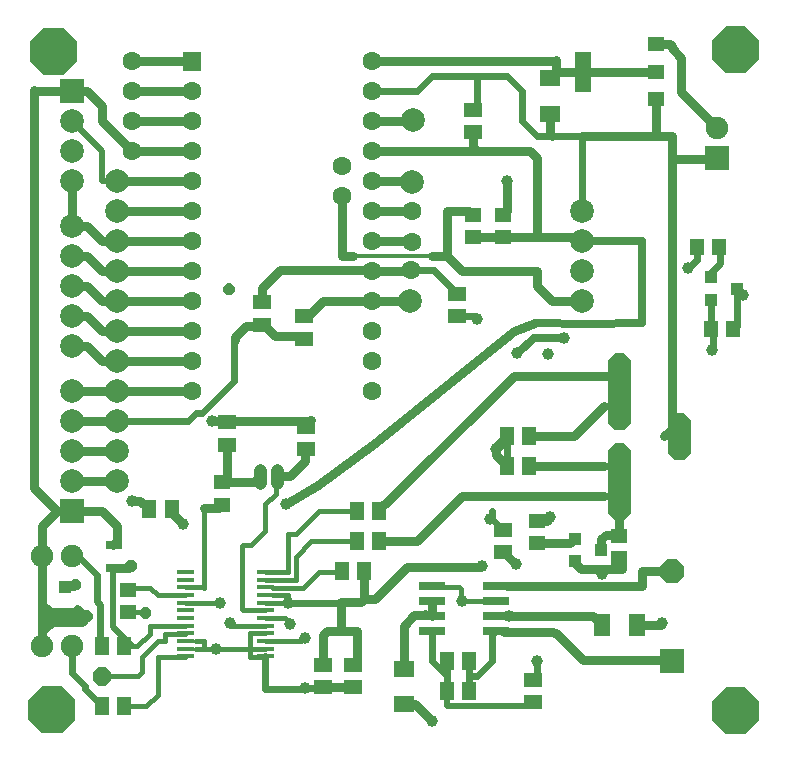
<source format=gbr>
%FSLAX34Y34*%
%MOMM*%
%LNCOPPER_TOP*%
G71*
G01*
%ADD10C,1.520*%
%ADD11C,1.600*%
%ADD12C,2.000*%
%ADD13R,1.300X1.600*%
%ADD14R,1.600X1.300*%
%ADD15C,1.900*%
%ADD16R,2.200X0.700*%
%ADD17R,1.400X1.300*%
%ADD18C,0.800*%
%ADD19C,0.500*%
%ADD20C,0.300*%
%ADD21C,1.000*%
%ADD22C,0.400*%
%ADD23C,0.600*%
%ADD24C,1.600*%
%ADD25R,1.800X1.380*%
%ADD26C,0.700*%
%ADD27R,1.400X1.200*%
%ADD28R,1.400X3.500*%
%ADD29R,1.400X0.800*%
%ADD30C,2.000*%
%ADD31C,1.600*%
%ADD32R,1.100X1.100*%
%ADD33R,1.300X1.400*%
%ADD34R,1.320X0.420*%
%ADD35C,1.100*%
%LPD*%
G36*
X477500Y553700D02*
X477500Y538500D01*
X462300Y538500D01*
X462300Y553700D01*
X477500Y553700D01*
G37*
X469900Y520700D02*
G54D10*
D03*
X469900Y495300D02*
G54D10*
D03*
X469900Y469900D02*
G54D10*
D03*
X88900Y673100D02*
G54D11*
D03*
X88900Y647700D02*
G54D11*
D03*
X88900Y622300D02*
G54D11*
D03*
X88900Y596900D02*
G54D11*
D03*
X76200Y571500D02*
G54D12*
D03*
X76200Y546100D02*
G54D12*
D03*
X76200Y520700D02*
G54D12*
D03*
X76200Y495300D02*
G54D12*
D03*
X76200Y469900D02*
G54D12*
D03*
X76200Y444500D02*
G54D12*
D03*
X76200Y419100D02*
G54D12*
D03*
X76200Y393700D02*
G54D12*
D03*
X76200Y368300D02*
G54D12*
D03*
X76200Y342900D02*
G54D12*
D03*
X76200Y317500D02*
G54D12*
D03*
X63500Y127000D02*
G54D13*
D03*
X82500Y127000D02*
G54D13*
D03*
X63500Y177800D02*
G54D13*
D03*
X82500Y177800D02*
G54D13*
D03*
X169300Y367300D02*
G54D14*
D03*
X169300Y348300D02*
G54D14*
D03*
X236600Y363600D02*
G54D14*
D03*
X236600Y344600D02*
G54D14*
D03*
X279400Y292100D02*
G54D13*
D03*
X298400Y292100D02*
G54D13*
D03*
X279400Y266700D02*
G54D13*
D03*
X298400Y266700D02*
G54D13*
D03*
X266700Y241300D02*
G54D13*
D03*
X285700Y241300D02*
G54D13*
D03*
X250800Y161900D02*
G54D14*
D03*
X250800Y142900D02*
G54D14*
D03*
X276200Y161900D02*
G54D14*
D03*
X276200Y142900D02*
G54D14*
D03*
X355600Y139700D02*
G54D13*
D03*
X374600Y139700D02*
G54D13*
D03*
X355600Y165100D02*
G54D13*
D03*
X374600Y165100D02*
G54D13*
D03*
X428600Y149200D02*
G54D14*
D03*
X428600Y130200D02*
G54D14*
D03*
X403200Y276200D02*
G54D14*
D03*
X403200Y257200D02*
G54D14*
D03*
X377800Y631800D02*
G54D14*
D03*
X377800Y612800D02*
G54D14*
D03*
X584200Y616700D02*
G54D15*
D03*
X584200Y591300D02*
G54D15*
D03*
X38100Y177800D02*
G54D15*
D03*
X12700Y177800D02*
G54D15*
D03*
X38100Y254000D02*
G54D15*
D03*
X12700Y254000D02*
G54D15*
D03*
X342900Y228600D02*
G54D16*
D03*
X342900Y215900D02*
G54D16*
D03*
X342900Y203200D02*
G54D16*
D03*
X342900Y190500D02*
G54D16*
D03*
X396900Y190500D02*
G54D16*
D03*
X396900Y203200D02*
G54D16*
D03*
X396900Y215900D02*
G54D16*
D03*
X396900Y228600D02*
G54D16*
D03*
X164800Y316600D02*
G54D17*
D03*
X164800Y297600D02*
G54D17*
D03*
X377800Y542900D02*
G54D17*
D03*
X377800Y523900D02*
G54D17*
D03*
X403200Y542900D02*
G54D17*
D03*
X403200Y523900D02*
G54D17*
D03*
G54D18*
X88900Y673100D02*
X139700Y673100D01*
G54D18*
X88900Y647700D02*
X139700Y647700D01*
G54D18*
X88900Y622300D02*
X139700Y622300D01*
G54D18*
X88900Y596900D02*
X139700Y596900D01*
G36*
X45700Y655300D02*
X45700Y640100D01*
X30500Y640100D01*
X30500Y655300D01*
X45700Y655300D01*
G37*
X38100Y622300D02*
G54D10*
D03*
X38100Y596900D02*
G54D10*
D03*
X38100Y571500D02*
G54D10*
D03*
G54D18*
X76200Y520700D02*
X139700Y520700D01*
G54D18*
X76200Y495300D02*
X139700Y495300D01*
G54D18*
X76200Y469900D02*
X139700Y469900D01*
G54D18*
X76200Y444500D02*
X139700Y444500D01*
G54D18*
X76200Y419100D02*
X139700Y419100D01*
G54D18*
X76200Y393700D02*
X139700Y393700D01*
X266700Y584200D02*
G54D11*
D03*
X266700Y558800D02*
G54D11*
D03*
G54D18*
X403200Y523900D02*
X466700Y523900D01*
X469900Y520700D01*
G54D18*
X377800Y523900D02*
X403200Y523900D01*
G54D18*
X377800Y612800D02*
X377800Y600100D01*
X381000Y596900D01*
G54D19*
X25400Y292100D02*
X63500Y292100D01*
X76200Y279400D01*
G54D19*
X25400Y292100D02*
X12700Y279400D01*
X12700Y254000D01*
G54D18*
X20839Y206773D02*
X39839Y206773D01*
G54D18*
X20839Y206773D02*
X20839Y198639D01*
X12700Y190500D01*
X12700Y177800D01*
G54D18*
X250800Y161900D02*
X250800Y187300D01*
X254000Y190500D01*
X279400Y190500D01*
X279400Y165100D01*
X276200Y161900D01*
G54D20*
X266700Y508000D02*
X355600Y508000D01*
G54D20*
X266700Y558800D02*
X266700Y508000D01*
G54D20*
X355600Y508000D02*
X368300Y495300D01*
X431800Y495300D01*
X431800Y482600D01*
X444500Y469900D01*
X469900Y469900D01*
X406400Y571500D02*
G54D21*
D03*
G54D22*
X406400Y571500D02*
X406400Y546100D01*
X403200Y542900D01*
G54D22*
X355600Y508000D02*
X355600Y520700D01*
X355600Y508000D01*
X368300Y495300D01*
G54D22*
X368300Y495300D02*
X431800Y495300D01*
X431800Y482600D01*
X444500Y469900D01*
G54D22*
X266700Y558800D02*
X266700Y508000D01*
G54D22*
X355600Y520700D02*
X355600Y546100D01*
X374600Y546100D01*
X377800Y542900D01*
G54D23*
X342900Y190500D02*
X342900Y165100D01*
X355600Y152400D01*
G54D23*
X374600Y152400D02*
X381000Y152400D01*
X393700Y165100D01*
X393700Y187300D01*
X396900Y190500D01*
X406400Y355600D02*
G54D13*
D03*
X425400Y355600D02*
G54D13*
D03*
X406400Y330200D02*
G54D13*
D03*
X425400Y330200D02*
G54D13*
D03*
G54D23*
X292100Y647700D02*
X330200Y647700D01*
X342900Y660400D01*
X406400Y660400D01*
X419100Y647700D01*
X419100Y622300D01*
X431800Y609600D01*
X469900Y609600D01*
G54D23*
X381000Y660400D02*
X381000Y635000D01*
X377800Y631800D01*
G54D23*
X469900Y609600D02*
X469900Y546100D01*
G54D23*
X406400Y330200D02*
X406400Y355600D01*
X406400Y330200D01*
X396900Y344600D02*
G54D21*
D03*
G54D23*
X406400Y355600D02*
X406400Y354100D01*
X396900Y344600D01*
G54D23*
X396900Y344600D02*
X396900Y339700D01*
X406400Y330200D01*
G54D23*
X355600Y165100D02*
X355600Y139700D01*
G54D23*
X374600Y165100D02*
X374600Y139700D01*
X431800Y165100D02*
G54D21*
D03*
G54D23*
X431800Y165100D02*
X431800Y152400D01*
X428600Y149200D01*
X392200Y285700D02*
G54D21*
D03*
G54D23*
X393700Y292100D02*
X393700Y285700D01*
X403200Y276200D01*
G54D23*
X393700Y292100D02*
X393700Y285700D01*
X403200Y276200D01*
X414200Y247700D02*
G54D21*
D03*
G54D23*
X403200Y257200D02*
X404700Y257200D01*
X414200Y247700D01*
G54D23*
X404700Y257200D02*
X414200Y247700D01*
X412700Y247700D01*
X403200Y257200D01*
G54D18*
X76200Y571500D02*
X139700Y571500D01*
G54D18*
X76200Y546100D02*
X139700Y546100D01*
G54D18*
X250800Y142900D02*
X276200Y142900D01*
X139700Y673100D02*
G54D11*
D03*
X139700Y647700D02*
G54D11*
D03*
X139700Y622300D02*
G54D11*
D03*
X139700Y596900D02*
G54D11*
D03*
X292100Y673100D02*
G54D11*
D03*
X292100Y647700D02*
G54D11*
D03*
X292100Y622300D02*
G54D11*
D03*
X292100Y596900D02*
G54D11*
D03*
X139700Y571500D02*
G54D11*
D03*
X292100Y571500D02*
G54D11*
D03*
X139700Y546100D02*
G54D11*
D03*
X139700Y520700D02*
G54D11*
D03*
X292100Y546100D02*
G54D11*
D03*
X292100Y520700D02*
G54D11*
D03*
X139700Y495300D02*
G54D11*
D03*
X292100Y495300D02*
G54D11*
D03*
X139700Y469900D02*
G54D11*
D03*
X292100Y469900D02*
G54D11*
D03*
X139700Y444500D02*
G54D11*
D03*
X292100Y444500D02*
G54D11*
D03*
X292100Y419100D02*
G54D11*
D03*
X292100Y393700D02*
G54D11*
D03*
X139700Y419100D02*
G54D11*
D03*
X139700Y393700D02*
G54D11*
D03*
G36*
X45700Y541000D02*
X45700Y525800D01*
X30500Y525800D01*
X30500Y541000D01*
X45700Y541000D01*
G37*
X38100Y508000D02*
G54D10*
D03*
X38100Y482600D02*
G54D10*
D03*
X38100Y457200D02*
G54D10*
D03*
X38100Y431800D02*
G54D10*
D03*
G36*
X30500Y284500D02*
X30500Y299700D01*
X45700Y299700D01*
X45700Y284500D01*
X30500Y284500D01*
G37*
X38100Y317500D02*
G54D10*
D03*
X38100Y342900D02*
G54D10*
D03*
X38100Y368300D02*
G54D10*
D03*
X38100Y393700D02*
G54D10*
D03*
G36*
X548250Y335600D02*
X542400Y341450D01*
X542400Y369750D01*
X548250Y375600D01*
X556550Y375600D01*
X562400Y369750D01*
X562400Y341450D01*
X556550Y335600D01*
X548250Y335600D01*
G37*
G36*
X497450Y361000D02*
X491600Y366850D01*
X491600Y395150D01*
X497450Y401000D01*
X505750Y401000D01*
X511600Y395150D01*
X511600Y366850D01*
X505750Y361000D01*
X497450Y361000D01*
G37*
G36*
X497450Y310200D02*
X491600Y316050D01*
X491600Y344350D01*
X497450Y350200D01*
X505750Y350200D01*
X511600Y344350D01*
X511600Y316050D01*
X505750Y310200D01*
X497450Y310200D01*
G37*
G36*
X497450Y386400D02*
X491600Y392250D01*
X491600Y420550D01*
X497450Y426400D01*
X505750Y426400D01*
X511600Y420550D01*
X511600Y392250D01*
X505750Y386400D01*
X497450Y386400D01*
G37*
G36*
X497450Y284800D02*
X491600Y290650D01*
X491600Y318950D01*
X497450Y324800D01*
X505750Y324800D01*
X511600Y318950D01*
X511600Y290650D01*
X505750Y284800D01*
X497450Y284800D01*
G37*
G54D18*
X469900Y609600D02*
X546100Y609600D01*
X546100Y362000D01*
X539700Y355600D01*
G54D18*
X298400Y266700D02*
X330200Y266700D01*
X368300Y304800D01*
G54D18*
X368300Y304800D02*
X488900Y304800D01*
G54D18*
X425400Y330200D02*
X488900Y330200D01*
G54D18*
X425400Y355600D02*
X463500Y355600D01*
X488900Y381000D01*
G54D18*
X406400Y228600D02*
X520700Y228600D01*
X520700Y241300D01*
X546100Y241300D01*
X546100Y241300D02*
G54D24*
D03*
G36*
X536100Y245450D02*
X541950Y251300D01*
X550250Y251300D01*
X556100Y245450D01*
X556100Y237150D01*
X550250Y231300D01*
X541950Y231300D01*
X536100Y237150D01*
X536100Y245450D01*
G37*
G36*
X536100Y175100D02*
X556100Y175100D01*
X556100Y155100D01*
X536100Y155100D01*
X536100Y175100D01*
G37*
X319339Y158707D02*
G54D25*
D03*
X319339Y128707D02*
G54D25*
D03*
G54D19*
X355600Y139700D02*
X355600Y127000D01*
X425400Y127000D01*
X428600Y130200D01*
G54D26*
X429800Y451500D02*
X475000Y451000D01*
X520700Y451500D01*
X520700Y520700D01*
X469900Y520700D01*
X532534Y641315D02*
G54D27*
D03*
X532534Y664315D02*
G54D27*
D03*
X532534Y687315D02*
G54D27*
D03*
X470534Y664315D02*
G54D28*
D03*
G54D18*
X532534Y641315D02*
X532534Y610466D01*
X533400Y609600D01*
X442539Y658707D02*
G54D25*
D03*
X442539Y628707D02*
G54D25*
D03*
G54D18*
X442539Y628707D02*
X442539Y611561D01*
X444500Y609600D01*
G54D18*
X76200Y279400D02*
X76200Y266700D01*
X73000Y263500D01*
G54D19*
X73000Y244500D02*
X73000Y193700D01*
X88900Y177800D01*
G36*
X55500Y155720D02*
X60180Y160400D01*
X66820Y160400D01*
X71500Y155720D01*
X71500Y149080D01*
X66820Y144400D01*
X60180Y144400D01*
X55500Y149080D01*
X55500Y155720D01*
G37*
X73400Y263900D02*
G54D29*
D03*
X73400Y244100D02*
G54D29*
D03*
G54D18*
X470534Y664315D02*
X532534Y664315D01*
G54D18*
X532534Y687315D02*
X544585Y687315D01*
X546100Y685800D01*
G54D18*
X406400Y355600D02*
X406400Y354100D01*
X396900Y344600D01*
X396900Y346100D01*
X406400Y355600D01*
G54D18*
X396900Y344600D02*
X396900Y339700D01*
X406400Y330200D01*
X85700Y206400D02*
G54D17*
D03*
X85700Y225400D02*
G54D17*
D03*
G36*
X95300Y208075D02*
X98225Y211000D01*
X102375Y211000D01*
X105300Y208075D01*
X105300Y203925D01*
X102375Y201000D01*
X98225Y201000D01*
X95300Y203925D01*
X95300Y208075D01*
G37*
G36*
X45800Y205275D02*
X48725Y208200D01*
X52875Y208200D01*
X55800Y205275D01*
X55800Y201125D01*
X52875Y198200D01*
X48725Y198200D01*
X45800Y201125D01*
X45800Y205275D01*
G37*
G54D23*
X42675Y210085D02*
X47970Y204790D01*
X50800Y203200D01*
G54D18*
X12700Y254000D02*
X12700Y279400D01*
X25400Y292100D01*
X38100Y292100D01*
X63500Y292100D01*
X76200Y279400D01*
G54D18*
X38100Y317500D02*
X76200Y317500D01*
G54D18*
X38100Y342900D02*
X76200Y342900D01*
G54D18*
X38100Y368300D02*
X76200Y368300D01*
G54D18*
X38100Y393700D02*
X76200Y393700D01*
G54D18*
X38100Y431800D02*
X50800Y431800D01*
X63500Y419100D01*
X76200Y419100D01*
G54D18*
X38100Y457200D02*
X50800Y457200D01*
X63500Y444500D01*
X76200Y444500D01*
G54D18*
X38100Y482600D02*
X50800Y482600D01*
X63500Y469900D01*
X76200Y469900D01*
G54D18*
X38100Y508000D02*
X50800Y508000D01*
X63500Y495300D01*
X76200Y495300D01*
G54D18*
X38100Y533400D02*
X50800Y533400D01*
X63500Y520700D01*
X76200Y520700D01*
G54D19*
X38100Y622300D02*
X63500Y596900D01*
X63500Y571500D01*
X76200Y571500D01*
G54D18*
X38100Y647700D02*
X50800Y647700D01*
X63500Y635000D01*
X63500Y622300D01*
X88900Y596900D01*
G54D18*
X38100Y571500D02*
X38100Y533400D01*
G54D18*
X38100Y647700D02*
X7000Y647700D01*
X6000Y648700D01*
X6000Y311500D01*
X25400Y292100D01*
X38100Y292100D01*
G54D18*
X12700Y254000D02*
X12700Y177800D01*
X199100Y469000D02*
G54D14*
D03*
X199100Y450000D02*
G54D14*
D03*
X234300Y457200D02*
G54D14*
D03*
X234300Y438200D02*
G54D14*
D03*
G36*
X579800Y131600D02*
X591500Y143300D01*
X608100Y143300D01*
X619800Y131600D01*
X619800Y115000D01*
X608100Y103300D01*
X591500Y103300D01*
X579800Y115000D01*
X579800Y131600D01*
G37*
G36*
X2400Y689900D02*
X14100Y701600D01*
X30700Y701600D01*
X42400Y689900D01*
X42400Y673300D01*
X30700Y661600D01*
X14100Y661600D01*
X2400Y673300D01*
X2400Y689900D01*
G37*
G36*
X580000Y691300D02*
X591700Y703000D01*
X608300Y703000D01*
X620000Y691300D01*
X620000Y674700D01*
X608300Y663000D01*
X591700Y663000D01*
X580000Y674700D01*
X580000Y691300D01*
G37*
G36*
X1000Y132300D02*
X12700Y144000D01*
X29300Y144000D01*
X41000Y132300D01*
X41000Y115700D01*
X29300Y104000D01*
X12700Y104000D01*
X1000Y115700D01*
X1000Y132300D01*
G37*
G54D23*
X38100Y177800D02*
X38100Y154900D01*
X49000Y144000D01*
X49000Y141500D01*
X63500Y127000D01*
G54D18*
X546100Y685800D02*
X546100Y683900D01*
X554000Y676000D01*
X554000Y646900D01*
X584200Y616700D01*
G54D18*
X548000Y590000D02*
X582900Y590000D01*
X584200Y591300D01*
X156300Y368300D02*
G54D21*
D03*
X132000Y281000D02*
G54D21*
D03*
X103400Y293600D02*
G54D13*
D03*
X122400Y293600D02*
G54D13*
D03*
G54D18*
X122400Y293600D02*
X122400Y290600D01*
X132000Y281000D01*
X219000Y298000D02*
G54D21*
D03*
X89000Y301000D02*
G54D21*
D03*
G54D18*
X89000Y301000D02*
X96000Y301000D01*
X103400Y293600D01*
G54D23*
X76200Y368300D02*
X136300Y368300D01*
X143000Y375000D01*
X148000Y375000D01*
X175000Y402000D01*
X175000Y436000D01*
X176000Y437000D01*
G54D18*
X176000Y437000D02*
X176000Y440000D01*
X185000Y449000D01*
X198100Y449000D01*
X199100Y450000D01*
X200600Y450000D01*
X210100Y440500D01*
X232000Y440500D01*
X234300Y438200D01*
G54D18*
X234300Y457200D02*
X238200Y457200D01*
X251000Y470000D01*
X292000Y470000D01*
X292100Y469900D01*
G54D18*
X199100Y469000D02*
X199100Y481100D01*
X214000Y496000D01*
X291400Y496000D01*
X292100Y495300D01*
X326000Y571000D02*
G54D30*
D03*
X326000Y546000D02*
G54D31*
D03*
X326000Y520000D02*
G54D31*
D03*
X325000Y496000D02*
G54D31*
D03*
X324000Y470000D02*
G54D30*
D03*
G54D18*
X292100Y571500D02*
X325500Y571500D01*
X326000Y571000D01*
G54D18*
X292100Y546100D02*
X325900Y546100D01*
X326000Y546000D01*
G54D18*
X292100Y520700D02*
X325300Y520700D01*
X326000Y520000D01*
G54D18*
X292100Y495300D02*
X324300Y495300D01*
X325000Y496000D01*
G54D18*
X292100Y469900D02*
X323900Y469900D01*
X324000Y470000D01*
G54D18*
X285700Y241300D02*
X285700Y217700D01*
X285000Y217000D01*
G54D18*
X266000Y215000D02*
X266000Y191000D01*
G54D18*
X429800Y451500D02*
X412500Y444500D01*
X294500Y349600D01*
X246000Y314500D01*
X219000Y298000D01*
G36*
X166000Y482075D02*
X168925Y485000D01*
X173075Y485000D01*
X176000Y482075D01*
X176000Y477925D01*
X173075Y475000D01*
X168925Y475000D01*
X166000Y477925D01*
X166000Y482075D01*
G37*
G54D23*
X38100Y254000D02*
X43000Y254000D01*
X59000Y238000D01*
X59000Y216000D01*
X62000Y213000D01*
X62000Y179300D01*
X63500Y177800D01*
G36*
X36000Y232075D02*
X38925Y235000D01*
X43075Y235000D01*
X46000Y232075D01*
X46000Y227925D01*
X43075Y225000D01*
X38925Y225000D01*
X36000Y227925D01*
X36000Y232075D01*
G37*
G36*
X83000Y248075D02*
X85925Y251000D01*
X90075Y251000D01*
X93000Y248075D01*
X93000Y243925D01*
X90075Y241000D01*
X85925Y241000D01*
X83000Y243925D01*
X83000Y248075D01*
G37*
G54D18*
X73400Y244100D02*
X86100Y244100D01*
X88000Y246000D01*
G54D18*
X30339Y228973D02*
X39973Y228973D01*
X41000Y230000D01*
X327000Y623000D02*
G54D30*
D03*
G54D18*
X292100Y622300D02*
X326300Y622300D01*
X327000Y623000D01*
G54D18*
X292100Y596900D02*
X426100Y596900D01*
X432000Y591000D01*
X432000Y525000D01*
X431000Y524000D01*
X41374Y205361D02*
G54D32*
D03*
X22374Y205361D02*
G54D32*
D03*
X31874Y227561D02*
G54D32*
D03*
G36*
X131700Y681100D02*
X147700Y681100D01*
X147700Y665100D01*
X131700Y665100D01*
X131700Y681100D01*
G37*
G54D18*
X15000Y202000D02*
X19013Y202000D01*
X22374Y205361D01*
X20674Y205361D01*
X15974Y210061D01*
G54D18*
X22374Y205361D02*
X30639Y205361D01*
X36000Y200000D01*
G54D18*
X20839Y198639D02*
X46239Y198639D01*
X50800Y203200D01*
G54D18*
X406400Y571500D02*
X406400Y546100D01*
X403200Y542900D01*
G54D18*
X374600Y546100D02*
X355600Y546100D01*
X355600Y508000D01*
X368300Y495300D01*
X431800Y495300D01*
X431800Y482600D01*
X444500Y469900D01*
X469900Y469900D01*
G54D18*
X343000Y508000D02*
X355600Y508000D01*
G54D18*
X266700Y558800D02*
X266700Y508000D01*
G54D18*
X266700Y508000D02*
X276000Y508000D01*
X342800Y114100D02*
G54D21*
D03*
G54D18*
X319339Y128707D02*
X328193Y128707D01*
X342800Y114100D01*
X368300Y215900D02*
G54D21*
D03*
X407800Y203100D02*
G54D21*
D03*
G54D18*
X319339Y158707D02*
X319339Y195339D01*
X328000Y204000D01*
X336000Y204000D01*
X337000Y205000D01*
G54D18*
X342900Y215900D02*
X342900Y203200D01*
X384800Y246100D02*
G54D21*
D03*
G54D18*
X285700Y217700D02*
X294700Y217700D01*
X322000Y245000D01*
X383700Y245000D01*
X384800Y246100D01*
G36*
X479700Y204700D02*
X493500Y204700D01*
X493500Y186700D01*
X479700Y186700D01*
X479700Y204700D01*
G37*
G36*
X509700Y204700D02*
X523500Y204700D01*
X523500Y186700D01*
X509700Y186700D01*
X509700Y204700D01*
G37*
X537800Y197100D02*
G54D21*
D03*
G54D18*
X478800Y203100D02*
X479200Y203100D01*
X486600Y195700D01*
G54D18*
X516600Y195700D02*
X536400Y195700D01*
X537800Y197100D01*
G54D18*
X407800Y203100D02*
X478800Y203100D01*
G54D18*
X404000Y190000D02*
X445000Y190000D01*
X446000Y189000D01*
X448000Y189000D01*
X471000Y166000D01*
X545200Y166000D01*
X546100Y165100D01*
G36*
X574200Y601300D02*
X594200Y601300D01*
X594200Y581300D01*
X574200Y581300D01*
X574200Y601300D01*
G37*
G54D18*
X292100Y673100D02*
X446832Y673100D01*
X447639Y673907D01*
X447639Y663807D01*
X442539Y658707D01*
X447639Y663807D01*
X470026Y663807D01*
X470534Y664315D01*
X586000Y516000D02*
G54D33*
D03*
X567000Y516000D02*
G54D33*
D03*
X432000Y265000D02*
G54D17*
D03*
X432000Y284000D02*
G54D17*
D03*
X501500Y271500D02*
G54D17*
D03*
X501500Y252500D02*
G54D17*
D03*
X579000Y446000D02*
G54D33*
D03*
X598000Y446000D02*
G54D33*
D03*
X464000Y250000D02*
G54D32*
D03*
X464000Y269000D02*
G54D32*
D03*
X486200Y259500D02*
G54D32*
D03*
G54D18*
X432000Y265000D02*
X460000Y265000D01*
X464000Y269000D01*
G54D18*
X464000Y250000D02*
X464000Y248300D01*
X468700Y243600D01*
X503400Y243600D01*
X504000Y243000D01*
X504000Y250000D01*
X501500Y252500D01*
G54D18*
X486200Y259500D02*
X486200Y268200D01*
X490000Y272000D01*
X501000Y272000D01*
X501500Y271500D01*
X487000Y239000D02*
G54D21*
D03*
X443000Y287000D02*
G54D21*
D03*
G54D18*
X432000Y284000D02*
X440000Y284000D01*
X443000Y287000D01*
X579000Y471000D02*
G54D32*
D03*
X579000Y490000D02*
G54D32*
D03*
X601200Y480500D02*
G54D32*
D03*
G54D23*
X579000Y471000D02*
X579000Y446000D01*
G54D23*
X601200Y480500D02*
X601200Y449200D01*
X598000Y446000D01*
X580000Y429000D02*
G54D21*
D03*
G54D23*
X581000Y439000D02*
X581000Y430000D01*
X580000Y429000D01*
G54D23*
X579000Y490000D02*
X579000Y494000D01*
X587000Y502000D01*
X587000Y515000D01*
X586000Y516000D01*
X606000Y475000D02*
G54D21*
D03*
G54D23*
X601200Y480500D02*
X601200Y479800D01*
X606000Y475000D01*
X560000Y498000D02*
G54D21*
D03*
G54D23*
X567000Y516000D02*
X567000Y505000D01*
X560000Y498000D01*
X441000Y425000D02*
G54D21*
D03*
X381000Y455000D02*
G54D21*
D03*
X364300Y476200D02*
G54D14*
D03*
X364300Y457200D02*
G54D14*
D03*
G54D23*
X325000Y496000D02*
X344500Y496000D01*
X364300Y476200D01*
G54D23*
X364300Y457200D02*
X378800Y457200D01*
X381000Y455000D01*
X415000Y426000D02*
G54D21*
D03*
X455000Y439000D02*
G54D21*
D03*
G54D26*
X415000Y426000D02*
X416000Y426000D01*
X429000Y439000D01*
X455000Y439000D01*
G36*
X28100Y657700D02*
X48100Y657700D01*
X48100Y637700D01*
X28100Y637700D01*
X28100Y657700D01*
G37*
X38100Y622300D02*
G54D11*
D03*
X38100Y622300D02*
G54D12*
D03*
X38100Y596900D02*
G54D12*
D03*
X38100Y571500D02*
G54D12*
D03*
X38100Y533400D02*
G54D12*
D03*
X38100Y508000D02*
G54D12*
D03*
X38100Y482600D02*
G54D12*
D03*
X38100Y457200D02*
G54D12*
D03*
X38100Y431800D02*
G54D12*
D03*
X38100Y393700D02*
G54D12*
D03*
X38100Y368300D02*
G54D12*
D03*
X38100Y342900D02*
G54D12*
D03*
X38100Y317500D02*
G54D12*
D03*
G36*
X28100Y302100D02*
X48100Y302100D01*
X48100Y282100D01*
X28100Y282100D01*
X28100Y302100D01*
G37*
X469900Y546100D02*
G54D12*
D03*
X469900Y520700D02*
G54D12*
D03*
X469900Y495300D02*
G54D12*
D03*
X469900Y469900D02*
G54D12*
D03*
X202572Y240700D02*
G54D34*
D03*
X202572Y234200D02*
G54D34*
D03*
X202572Y227700D02*
G54D34*
D03*
X202572Y221200D02*
G54D34*
D03*
X202572Y214700D02*
G54D34*
D03*
X202572Y208200D02*
G54D34*
D03*
X202572Y201700D02*
G54D34*
D03*
X202572Y195200D02*
G54D34*
D03*
X202572Y188700D02*
G54D34*
D03*
X202572Y182200D02*
G54D34*
D03*
X202572Y175700D02*
G54D34*
D03*
X202572Y169200D02*
G54D34*
D03*
X133700Y240700D02*
G54D34*
D03*
X133700Y234200D02*
G54D34*
D03*
X133700Y227700D02*
G54D34*
D03*
X133700Y221200D02*
G54D34*
D03*
X133700Y214700D02*
G54D34*
D03*
X133700Y208200D02*
G54D34*
D03*
X133700Y201700D02*
G54D34*
D03*
X133700Y195200D02*
G54D34*
D03*
X133700Y188700D02*
G54D34*
D03*
X133700Y182200D02*
G54D34*
D03*
X133700Y175700D02*
G54D34*
D03*
X133700Y169200D02*
G54D34*
D03*
X134494Y240700D02*
G54D34*
D03*
X134494Y234200D02*
G54D34*
D03*
X134494Y227700D02*
G54D34*
D03*
X134494Y221200D02*
G54D34*
D03*
X134494Y214700D02*
G54D34*
D03*
X134494Y208200D02*
G54D34*
D03*
X134494Y201700D02*
G54D34*
D03*
X134494Y195200D02*
G54D34*
D03*
X134494Y188700D02*
G54D34*
D03*
X134494Y182200D02*
G54D34*
D03*
X134494Y175700D02*
G54D34*
D03*
X134494Y169200D02*
G54D34*
D03*
X201778Y240700D02*
G54D34*
D03*
X201778Y234200D02*
G54D34*
D03*
X201778Y227700D02*
G54D34*
D03*
X201778Y221200D02*
G54D34*
D03*
X201778Y214700D02*
G54D34*
D03*
X201778Y208200D02*
G54D34*
D03*
X201778Y201700D02*
G54D34*
D03*
X201778Y195200D02*
G54D34*
D03*
X201778Y188700D02*
G54D34*
D03*
X201778Y182200D02*
G54D34*
D03*
X201778Y175700D02*
G54D34*
D03*
X201778Y169200D02*
G54D34*
D03*
X201381Y240700D02*
G54D34*
D03*
X201381Y234200D02*
G54D34*
D03*
X201381Y227700D02*
G54D34*
D03*
X201381Y221200D02*
G54D34*
D03*
X201381Y214700D02*
G54D34*
D03*
X201381Y208200D02*
G54D34*
D03*
X201381Y201700D02*
G54D34*
D03*
X201381Y195200D02*
G54D34*
D03*
X201381Y188700D02*
G54D34*
D03*
X201381Y182200D02*
G54D34*
D03*
X201381Y175700D02*
G54D34*
D03*
X201381Y169200D02*
G54D34*
D03*
X134891Y240700D02*
G54D34*
D03*
X134891Y234200D02*
G54D34*
D03*
X134891Y227700D02*
G54D34*
D03*
X134891Y221200D02*
G54D34*
D03*
X134891Y214700D02*
G54D34*
D03*
X134891Y208200D02*
G54D34*
D03*
X134891Y201700D02*
G54D34*
D03*
X134891Y195200D02*
G54D34*
D03*
X134891Y188700D02*
G54D34*
D03*
X134891Y182200D02*
G54D34*
D03*
X134891Y175700D02*
G54D34*
D03*
X134891Y169200D02*
G54D34*
D03*
G54D22*
X143000Y182000D02*
X149500Y182000D01*
X149500Y175500D01*
X143000Y175500D01*
G54D22*
X149500Y175500D02*
X201181Y175500D01*
X201381Y175700D01*
G54D22*
X188500Y175500D02*
X188500Y169000D01*
X201181Y169000D01*
X201381Y169200D01*
G54D22*
X201381Y188700D02*
X188700Y188700D01*
X188500Y188500D01*
X188500Y175500D01*
G54D22*
X82500Y127000D02*
X101000Y127000D01*
X110500Y136500D01*
X110500Y169000D01*
X133500Y169000D01*
X133700Y169200D01*
G54D22*
X63500Y152400D02*
X93900Y152400D01*
X97500Y156000D01*
X97500Y169000D01*
X110500Y182000D01*
X117000Y182000D01*
X117000Y188500D01*
X133500Y188500D01*
X133700Y188700D01*
G54D22*
X88900Y177800D02*
X93300Y177800D01*
X104000Y188500D01*
X104000Y195000D01*
X133500Y195000D01*
X133700Y195200D01*
G54D22*
X134891Y227700D02*
X149300Y227700D01*
X149500Y227500D01*
X149500Y295000D01*
X149200Y295300D01*
G54D22*
X202572Y240700D02*
X220800Y240700D01*
X221000Y240500D01*
X221000Y273000D01*
X227500Y273000D01*
X247000Y292500D01*
X279000Y292500D01*
X279400Y292100D01*
G54D22*
X202572Y234200D02*
X227300Y234200D01*
X227500Y234000D01*
X227500Y253500D01*
X240500Y266500D01*
X279200Y266500D01*
X279400Y266700D01*
G54D22*
X208000Y227500D02*
X234000Y227500D01*
X247000Y240500D01*
X265900Y240500D01*
X266700Y241300D01*
G54D22*
X208000Y221000D02*
X221000Y221000D01*
X221000Y214500D01*
X202772Y214500D01*
X202572Y214700D01*
G54D23*
X221000Y214500D02*
X265500Y214500D01*
X266000Y215000D01*
X221000Y214500D02*
G54D21*
D03*
X235100Y184900D02*
G54D21*
D03*
G54D22*
X202572Y182200D02*
X227300Y182200D01*
X227500Y182000D01*
X232200Y182000D01*
X235100Y184900D01*
X223000Y197000D02*
G54D21*
D03*
G54D22*
X202572Y201700D02*
X218300Y201700D01*
X223000Y197000D01*
X171600Y197300D02*
G54D21*
D03*
G54D22*
X201381Y195200D02*
X182200Y195200D01*
X182000Y195000D01*
X173900Y195000D01*
X171600Y197300D01*
G54D22*
X133700Y221200D02*
X110700Y221200D01*
X110500Y221000D01*
X104000Y227500D01*
X87800Y227500D01*
X85700Y225400D01*
X163800Y214700D02*
G54D21*
D03*
G54D22*
X134891Y214700D02*
X163800Y214700D01*
X160200Y175300D02*
G54D21*
D03*
X235400Y142100D02*
G54D21*
D03*
G54D22*
X235400Y142100D02*
X250000Y142100D01*
X250800Y142900D01*
G54D23*
X235400Y142100D02*
X250000Y142100D01*
X250800Y142900D01*
G54D23*
X201381Y169200D02*
X201381Y142119D01*
X201800Y141700D01*
X235000Y141700D01*
X235400Y142100D01*
G54D22*
X85700Y206400D02*
X99900Y206400D01*
X100300Y206000D01*
G54D35*
X211400Y327200D02*
X211400Y316200D01*
G54D35*
X197100Y327200D02*
X197100Y316200D01*
G54D18*
X156300Y368300D02*
X239000Y368300D01*
X240300Y369600D01*
G54D18*
X149500Y295000D02*
X162200Y295000D01*
X164800Y297600D01*
G54D18*
X156300Y368300D02*
X168300Y368300D01*
X169300Y367300D01*
G54D18*
X169300Y348300D02*
X169300Y321100D01*
X164800Y316600D01*
G54D18*
X164800Y316600D02*
X192000Y316600D01*
X197100Y321700D01*
G54D18*
X211400Y321700D02*
X222300Y321700D01*
X235100Y334500D01*
X235100Y343100D01*
X236600Y344600D01*
G54D22*
X201381Y208200D02*
X183100Y208200D01*
X182100Y209200D01*
X182100Y262900D01*
X182800Y263600D01*
X189500Y263600D01*
X201500Y275600D01*
X201500Y298000D01*
X210400Y306900D01*
X210400Y320700D01*
X211400Y321700D01*
G54D18*
X501600Y304800D02*
X501600Y271600D01*
X501500Y271500D01*
G54D18*
X266000Y215000D02*
X283000Y215000D01*
X285700Y217700D01*
G54D22*
X351500Y227800D02*
X365700Y227800D01*
X367200Y226300D01*
X367200Y217000D01*
X368300Y215900D01*
X396900Y215900D01*
G54D18*
X302200Y298000D02*
X303000Y298000D01*
X411900Y406900D01*
X501100Y406900D01*
X501600Y406400D01*
M02*

</source>
